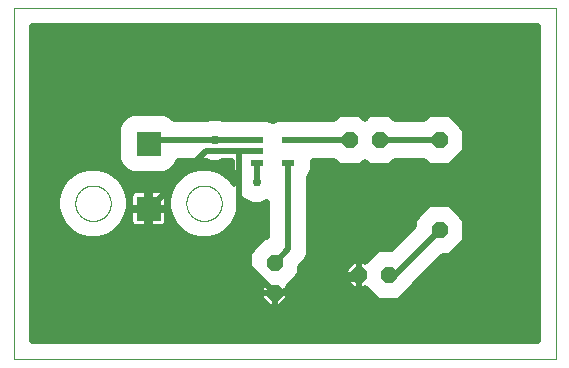
<source format=gtl>
G75*
%MOIN*%
%OFA0B0*%
%FSLAX25Y25*%
%IPPOS*%
%LPD*%
%AMOC8*
5,1,8,0,0,1.08239X$1,22.5*
%
%ADD10C,0.00000*%
%ADD11OC8,0.05200*%
%ADD12R,0.04331X0.02362*%
%ADD13R,0.08268X0.08268*%
%ADD14C,0.02000*%
%ADD15C,0.02978*%
D10*
X0002000Y0002000D02*
X0002000Y0118961D01*
X0182701Y0118961D01*
X0182701Y0002000D01*
X0002000Y0002000D01*
X0022590Y0053984D02*
X0022592Y0054137D01*
X0022598Y0054291D01*
X0022608Y0054444D01*
X0022622Y0054596D01*
X0022640Y0054749D01*
X0022662Y0054900D01*
X0022687Y0055051D01*
X0022717Y0055202D01*
X0022751Y0055352D01*
X0022788Y0055500D01*
X0022829Y0055648D01*
X0022874Y0055794D01*
X0022923Y0055940D01*
X0022976Y0056084D01*
X0023032Y0056226D01*
X0023092Y0056367D01*
X0023156Y0056507D01*
X0023223Y0056645D01*
X0023294Y0056781D01*
X0023369Y0056915D01*
X0023446Y0057047D01*
X0023528Y0057177D01*
X0023612Y0057305D01*
X0023700Y0057431D01*
X0023791Y0057554D01*
X0023885Y0057675D01*
X0023983Y0057793D01*
X0024083Y0057909D01*
X0024187Y0058022D01*
X0024293Y0058133D01*
X0024402Y0058241D01*
X0024514Y0058346D01*
X0024628Y0058447D01*
X0024746Y0058546D01*
X0024865Y0058642D01*
X0024987Y0058735D01*
X0025112Y0058824D01*
X0025239Y0058911D01*
X0025368Y0058993D01*
X0025499Y0059073D01*
X0025632Y0059149D01*
X0025767Y0059222D01*
X0025904Y0059291D01*
X0026043Y0059356D01*
X0026183Y0059418D01*
X0026325Y0059476D01*
X0026468Y0059531D01*
X0026613Y0059582D01*
X0026759Y0059629D01*
X0026906Y0059672D01*
X0027054Y0059711D01*
X0027203Y0059747D01*
X0027353Y0059778D01*
X0027504Y0059806D01*
X0027655Y0059830D01*
X0027808Y0059850D01*
X0027960Y0059866D01*
X0028113Y0059878D01*
X0028266Y0059886D01*
X0028419Y0059890D01*
X0028573Y0059890D01*
X0028726Y0059886D01*
X0028879Y0059878D01*
X0029032Y0059866D01*
X0029184Y0059850D01*
X0029337Y0059830D01*
X0029488Y0059806D01*
X0029639Y0059778D01*
X0029789Y0059747D01*
X0029938Y0059711D01*
X0030086Y0059672D01*
X0030233Y0059629D01*
X0030379Y0059582D01*
X0030524Y0059531D01*
X0030667Y0059476D01*
X0030809Y0059418D01*
X0030949Y0059356D01*
X0031088Y0059291D01*
X0031225Y0059222D01*
X0031360Y0059149D01*
X0031493Y0059073D01*
X0031624Y0058993D01*
X0031753Y0058911D01*
X0031880Y0058824D01*
X0032005Y0058735D01*
X0032127Y0058642D01*
X0032246Y0058546D01*
X0032364Y0058447D01*
X0032478Y0058346D01*
X0032590Y0058241D01*
X0032699Y0058133D01*
X0032805Y0058022D01*
X0032909Y0057909D01*
X0033009Y0057793D01*
X0033107Y0057675D01*
X0033201Y0057554D01*
X0033292Y0057431D01*
X0033380Y0057305D01*
X0033464Y0057177D01*
X0033546Y0057047D01*
X0033623Y0056915D01*
X0033698Y0056781D01*
X0033769Y0056645D01*
X0033836Y0056507D01*
X0033900Y0056367D01*
X0033960Y0056226D01*
X0034016Y0056084D01*
X0034069Y0055940D01*
X0034118Y0055794D01*
X0034163Y0055648D01*
X0034204Y0055500D01*
X0034241Y0055352D01*
X0034275Y0055202D01*
X0034305Y0055051D01*
X0034330Y0054900D01*
X0034352Y0054749D01*
X0034370Y0054596D01*
X0034384Y0054444D01*
X0034394Y0054291D01*
X0034400Y0054137D01*
X0034402Y0053984D01*
X0034400Y0053831D01*
X0034394Y0053677D01*
X0034384Y0053524D01*
X0034370Y0053372D01*
X0034352Y0053219D01*
X0034330Y0053068D01*
X0034305Y0052917D01*
X0034275Y0052766D01*
X0034241Y0052616D01*
X0034204Y0052468D01*
X0034163Y0052320D01*
X0034118Y0052174D01*
X0034069Y0052028D01*
X0034016Y0051884D01*
X0033960Y0051742D01*
X0033900Y0051601D01*
X0033836Y0051461D01*
X0033769Y0051323D01*
X0033698Y0051187D01*
X0033623Y0051053D01*
X0033546Y0050921D01*
X0033464Y0050791D01*
X0033380Y0050663D01*
X0033292Y0050537D01*
X0033201Y0050414D01*
X0033107Y0050293D01*
X0033009Y0050175D01*
X0032909Y0050059D01*
X0032805Y0049946D01*
X0032699Y0049835D01*
X0032590Y0049727D01*
X0032478Y0049622D01*
X0032364Y0049521D01*
X0032246Y0049422D01*
X0032127Y0049326D01*
X0032005Y0049233D01*
X0031880Y0049144D01*
X0031753Y0049057D01*
X0031624Y0048975D01*
X0031493Y0048895D01*
X0031360Y0048819D01*
X0031225Y0048746D01*
X0031088Y0048677D01*
X0030949Y0048612D01*
X0030809Y0048550D01*
X0030667Y0048492D01*
X0030524Y0048437D01*
X0030379Y0048386D01*
X0030233Y0048339D01*
X0030086Y0048296D01*
X0029938Y0048257D01*
X0029789Y0048221D01*
X0029639Y0048190D01*
X0029488Y0048162D01*
X0029337Y0048138D01*
X0029184Y0048118D01*
X0029032Y0048102D01*
X0028879Y0048090D01*
X0028726Y0048082D01*
X0028573Y0048078D01*
X0028419Y0048078D01*
X0028266Y0048082D01*
X0028113Y0048090D01*
X0027960Y0048102D01*
X0027808Y0048118D01*
X0027655Y0048138D01*
X0027504Y0048162D01*
X0027353Y0048190D01*
X0027203Y0048221D01*
X0027054Y0048257D01*
X0026906Y0048296D01*
X0026759Y0048339D01*
X0026613Y0048386D01*
X0026468Y0048437D01*
X0026325Y0048492D01*
X0026183Y0048550D01*
X0026043Y0048612D01*
X0025904Y0048677D01*
X0025767Y0048746D01*
X0025632Y0048819D01*
X0025499Y0048895D01*
X0025368Y0048975D01*
X0025239Y0049057D01*
X0025112Y0049144D01*
X0024987Y0049233D01*
X0024865Y0049326D01*
X0024746Y0049422D01*
X0024628Y0049521D01*
X0024514Y0049622D01*
X0024402Y0049727D01*
X0024293Y0049835D01*
X0024187Y0049946D01*
X0024083Y0050059D01*
X0023983Y0050175D01*
X0023885Y0050293D01*
X0023791Y0050414D01*
X0023700Y0050537D01*
X0023612Y0050663D01*
X0023528Y0050791D01*
X0023446Y0050921D01*
X0023369Y0051053D01*
X0023294Y0051187D01*
X0023223Y0051323D01*
X0023156Y0051461D01*
X0023092Y0051601D01*
X0023032Y0051742D01*
X0022976Y0051884D01*
X0022923Y0052028D01*
X0022874Y0052174D01*
X0022829Y0052320D01*
X0022788Y0052468D01*
X0022751Y0052616D01*
X0022717Y0052766D01*
X0022687Y0052917D01*
X0022662Y0053068D01*
X0022640Y0053219D01*
X0022622Y0053372D01*
X0022608Y0053524D01*
X0022598Y0053677D01*
X0022592Y0053831D01*
X0022590Y0053984D01*
X0059598Y0053984D02*
X0059600Y0054137D01*
X0059606Y0054291D01*
X0059616Y0054444D01*
X0059630Y0054596D01*
X0059648Y0054749D01*
X0059670Y0054900D01*
X0059695Y0055051D01*
X0059725Y0055202D01*
X0059759Y0055352D01*
X0059796Y0055500D01*
X0059837Y0055648D01*
X0059882Y0055794D01*
X0059931Y0055940D01*
X0059984Y0056084D01*
X0060040Y0056226D01*
X0060100Y0056367D01*
X0060164Y0056507D01*
X0060231Y0056645D01*
X0060302Y0056781D01*
X0060377Y0056915D01*
X0060454Y0057047D01*
X0060536Y0057177D01*
X0060620Y0057305D01*
X0060708Y0057431D01*
X0060799Y0057554D01*
X0060893Y0057675D01*
X0060991Y0057793D01*
X0061091Y0057909D01*
X0061195Y0058022D01*
X0061301Y0058133D01*
X0061410Y0058241D01*
X0061522Y0058346D01*
X0061636Y0058447D01*
X0061754Y0058546D01*
X0061873Y0058642D01*
X0061995Y0058735D01*
X0062120Y0058824D01*
X0062247Y0058911D01*
X0062376Y0058993D01*
X0062507Y0059073D01*
X0062640Y0059149D01*
X0062775Y0059222D01*
X0062912Y0059291D01*
X0063051Y0059356D01*
X0063191Y0059418D01*
X0063333Y0059476D01*
X0063476Y0059531D01*
X0063621Y0059582D01*
X0063767Y0059629D01*
X0063914Y0059672D01*
X0064062Y0059711D01*
X0064211Y0059747D01*
X0064361Y0059778D01*
X0064512Y0059806D01*
X0064663Y0059830D01*
X0064816Y0059850D01*
X0064968Y0059866D01*
X0065121Y0059878D01*
X0065274Y0059886D01*
X0065427Y0059890D01*
X0065581Y0059890D01*
X0065734Y0059886D01*
X0065887Y0059878D01*
X0066040Y0059866D01*
X0066192Y0059850D01*
X0066345Y0059830D01*
X0066496Y0059806D01*
X0066647Y0059778D01*
X0066797Y0059747D01*
X0066946Y0059711D01*
X0067094Y0059672D01*
X0067241Y0059629D01*
X0067387Y0059582D01*
X0067532Y0059531D01*
X0067675Y0059476D01*
X0067817Y0059418D01*
X0067957Y0059356D01*
X0068096Y0059291D01*
X0068233Y0059222D01*
X0068368Y0059149D01*
X0068501Y0059073D01*
X0068632Y0058993D01*
X0068761Y0058911D01*
X0068888Y0058824D01*
X0069013Y0058735D01*
X0069135Y0058642D01*
X0069254Y0058546D01*
X0069372Y0058447D01*
X0069486Y0058346D01*
X0069598Y0058241D01*
X0069707Y0058133D01*
X0069813Y0058022D01*
X0069917Y0057909D01*
X0070017Y0057793D01*
X0070115Y0057675D01*
X0070209Y0057554D01*
X0070300Y0057431D01*
X0070388Y0057305D01*
X0070472Y0057177D01*
X0070554Y0057047D01*
X0070631Y0056915D01*
X0070706Y0056781D01*
X0070777Y0056645D01*
X0070844Y0056507D01*
X0070908Y0056367D01*
X0070968Y0056226D01*
X0071024Y0056084D01*
X0071077Y0055940D01*
X0071126Y0055794D01*
X0071171Y0055648D01*
X0071212Y0055500D01*
X0071249Y0055352D01*
X0071283Y0055202D01*
X0071313Y0055051D01*
X0071338Y0054900D01*
X0071360Y0054749D01*
X0071378Y0054596D01*
X0071392Y0054444D01*
X0071402Y0054291D01*
X0071408Y0054137D01*
X0071410Y0053984D01*
X0071408Y0053831D01*
X0071402Y0053677D01*
X0071392Y0053524D01*
X0071378Y0053372D01*
X0071360Y0053219D01*
X0071338Y0053068D01*
X0071313Y0052917D01*
X0071283Y0052766D01*
X0071249Y0052616D01*
X0071212Y0052468D01*
X0071171Y0052320D01*
X0071126Y0052174D01*
X0071077Y0052028D01*
X0071024Y0051884D01*
X0070968Y0051742D01*
X0070908Y0051601D01*
X0070844Y0051461D01*
X0070777Y0051323D01*
X0070706Y0051187D01*
X0070631Y0051053D01*
X0070554Y0050921D01*
X0070472Y0050791D01*
X0070388Y0050663D01*
X0070300Y0050537D01*
X0070209Y0050414D01*
X0070115Y0050293D01*
X0070017Y0050175D01*
X0069917Y0050059D01*
X0069813Y0049946D01*
X0069707Y0049835D01*
X0069598Y0049727D01*
X0069486Y0049622D01*
X0069372Y0049521D01*
X0069254Y0049422D01*
X0069135Y0049326D01*
X0069013Y0049233D01*
X0068888Y0049144D01*
X0068761Y0049057D01*
X0068632Y0048975D01*
X0068501Y0048895D01*
X0068368Y0048819D01*
X0068233Y0048746D01*
X0068096Y0048677D01*
X0067957Y0048612D01*
X0067817Y0048550D01*
X0067675Y0048492D01*
X0067532Y0048437D01*
X0067387Y0048386D01*
X0067241Y0048339D01*
X0067094Y0048296D01*
X0066946Y0048257D01*
X0066797Y0048221D01*
X0066647Y0048190D01*
X0066496Y0048162D01*
X0066345Y0048138D01*
X0066192Y0048118D01*
X0066040Y0048102D01*
X0065887Y0048090D01*
X0065734Y0048082D01*
X0065581Y0048078D01*
X0065427Y0048078D01*
X0065274Y0048082D01*
X0065121Y0048090D01*
X0064968Y0048102D01*
X0064816Y0048118D01*
X0064663Y0048138D01*
X0064512Y0048162D01*
X0064361Y0048190D01*
X0064211Y0048221D01*
X0064062Y0048257D01*
X0063914Y0048296D01*
X0063767Y0048339D01*
X0063621Y0048386D01*
X0063476Y0048437D01*
X0063333Y0048492D01*
X0063191Y0048550D01*
X0063051Y0048612D01*
X0062912Y0048677D01*
X0062775Y0048746D01*
X0062640Y0048819D01*
X0062507Y0048895D01*
X0062376Y0048975D01*
X0062247Y0049057D01*
X0062120Y0049144D01*
X0061995Y0049233D01*
X0061873Y0049326D01*
X0061754Y0049422D01*
X0061636Y0049521D01*
X0061522Y0049622D01*
X0061410Y0049727D01*
X0061301Y0049835D01*
X0061195Y0049946D01*
X0061091Y0050059D01*
X0060991Y0050175D01*
X0060893Y0050293D01*
X0060799Y0050414D01*
X0060708Y0050537D01*
X0060620Y0050663D01*
X0060536Y0050791D01*
X0060454Y0050921D01*
X0060377Y0051053D01*
X0060302Y0051187D01*
X0060231Y0051323D01*
X0060164Y0051461D01*
X0060100Y0051601D01*
X0060040Y0051742D01*
X0059984Y0051884D01*
X0059931Y0052028D01*
X0059882Y0052174D01*
X0059837Y0052320D01*
X0059796Y0052468D01*
X0059759Y0052616D01*
X0059725Y0052766D01*
X0059695Y0052917D01*
X0059670Y0053068D01*
X0059648Y0053219D01*
X0059630Y0053372D01*
X0059616Y0053524D01*
X0059606Y0053677D01*
X0059600Y0053831D01*
X0059598Y0053984D01*
D11*
X0089000Y0034000D03*
X0089000Y0024000D03*
X0117000Y0030000D03*
X0127000Y0030000D03*
X0144000Y0045000D03*
X0144000Y0075000D03*
X0124000Y0075000D03*
X0114000Y0075000D03*
D12*
X0093630Y0075000D03*
X0093630Y0067520D03*
X0083000Y0067520D03*
X0083000Y0071260D03*
X0083000Y0075000D03*
D13*
X0047000Y0073827D03*
X0047000Y0052173D03*
D14*
X0066087Y0071260D01*
X0077000Y0071260D01*
X0077000Y0036000D01*
X0089000Y0024000D01*
X0116000Y0029000D01*
X0117000Y0030000D01*
X0117000Y0030000D01*
X0117000Y0034600D01*
X0118905Y0034600D01*
X0119172Y0034334D01*
X0123438Y0038600D01*
X0127701Y0038600D01*
X0135400Y0046299D01*
X0135400Y0048562D01*
X0140438Y0053600D01*
X0147562Y0053600D01*
X0152600Y0048562D01*
X0152600Y0041438D01*
X0147562Y0036400D01*
X0145299Y0036400D01*
X0135600Y0026701D01*
X0135600Y0026438D01*
X0130562Y0021400D01*
X0123438Y0021400D01*
X0119172Y0025666D01*
X0118905Y0025400D01*
X0117000Y0025400D01*
X0117000Y0030000D01*
X0117000Y0030000D01*
X0112400Y0030000D01*
X0112400Y0031905D01*
X0115095Y0034600D01*
X0117000Y0034600D01*
X0117000Y0030000D01*
X0117000Y0030000D01*
X0117000Y0025400D01*
X0115095Y0025400D01*
X0112400Y0028095D01*
X0112400Y0030000D01*
X0117000Y0030000D01*
X0117000Y0030897D02*
X0117000Y0030897D01*
X0117000Y0028899D02*
X0117000Y0028899D01*
X0117000Y0026900D02*
X0117000Y0026900D01*
X0113594Y0026900D02*
X0094062Y0026900D01*
X0093334Y0026172D02*
X0097600Y0030438D01*
X0097600Y0032701D01*
X0099564Y0034665D01*
X0100630Y0037238D01*
X0100630Y0062688D01*
X0100882Y0062940D01*
X0101795Y0065145D01*
X0101795Y0068000D01*
X0108838Y0068000D01*
X0110438Y0066400D01*
X0117562Y0066400D01*
X0119000Y0067838D01*
X0120438Y0066400D01*
X0127562Y0066400D01*
X0129162Y0068000D01*
X0138838Y0068000D01*
X0140438Y0066400D01*
X0147562Y0066400D01*
X0152600Y0071438D01*
X0152600Y0078562D01*
X0147562Y0083600D01*
X0140438Y0083600D01*
X0138838Y0082000D01*
X0129162Y0082000D01*
X0127562Y0083600D01*
X0120438Y0083600D01*
X0119000Y0082162D01*
X0117562Y0083600D01*
X0110438Y0083600D01*
X0108838Y0082000D01*
X0097426Y0082000D01*
X0096989Y0082181D01*
X0090271Y0082181D01*
X0088315Y0081371D01*
X0086359Y0082181D01*
X0079641Y0082181D01*
X0079204Y0082000D01*
X0071670Y0082000D01*
X0070490Y0082489D01*
X0067510Y0082489D01*
X0066330Y0082000D01*
X0055580Y0082000D01*
X0054533Y0083047D01*
X0052327Y0083961D01*
X0041673Y0083961D01*
X0039467Y0083047D01*
X0037780Y0081359D01*
X0036866Y0079154D01*
X0036866Y0068499D01*
X0037780Y0066294D01*
X0039467Y0064606D01*
X0041673Y0063693D01*
X0052327Y0063693D01*
X0054533Y0064606D01*
X0056220Y0066294D01*
X0056927Y0068000D01*
X0066330Y0068000D01*
X0067510Y0067511D01*
X0070490Y0067511D01*
X0071670Y0068000D01*
X0074835Y0068000D01*
X0074835Y0065145D01*
X0075723Y0063001D01*
X0075511Y0062490D01*
X0075511Y0060462D01*
X0075031Y0061294D01*
X0072814Y0063511D01*
X0070099Y0065078D01*
X0067071Y0065890D01*
X0063937Y0065890D01*
X0060909Y0065078D01*
X0058194Y0063511D01*
X0055977Y0061294D01*
X0054410Y0058580D01*
X0053598Y0055552D01*
X0053598Y0052417D01*
X0054410Y0049389D01*
X0055977Y0046674D01*
X0058194Y0044457D01*
X0060909Y0042890D01*
X0063937Y0042079D01*
X0067071Y0042079D01*
X0070099Y0042890D01*
X0072814Y0044457D01*
X0075031Y0046674D01*
X0076598Y0049389D01*
X0077409Y0052417D01*
X0077409Y0055552D01*
X0077245Y0056164D01*
X0078758Y0054651D01*
X0081510Y0053511D01*
X0084490Y0053511D01*
X0086630Y0054398D01*
X0086630Y0042600D01*
X0085438Y0042600D01*
X0080400Y0037562D01*
X0080400Y0030438D01*
X0084666Y0026172D01*
X0084400Y0025905D01*
X0084400Y0024000D01*
X0089000Y0024000D01*
X0093600Y0024000D01*
X0093600Y0025905D01*
X0093334Y0026172D01*
X0093600Y0024902D02*
X0119936Y0024902D01*
X0121935Y0022903D02*
X0093600Y0022903D01*
X0093600Y0022095D02*
X0093600Y0024000D01*
X0089000Y0024000D01*
X0089000Y0024000D01*
X0089000Y0024000D01*
X0089000Y0019400D01*
X0090905Y0019400D01*
X0093600Y0022095D01*
X0092410Y0020905D02*
X0176701Y0020905D01*
X0176701Y0022903D02*
X0132065Y0022903D01*
X0134064Y0024902D02*
X0176701Y0024902D01*
X0176701Y0026900D02*
X0135800Y0026900D01*
X0137798Y0028899D02*
X0176701Y0028899D01*
X0176701Y0030897D02*
X0139797Y0030897D01*
X0141795Y0032896D02*
X0176701Y0032896D01*
X0176701Y0034894D02*
X0143794Y0034894D01*
X0148055Y0036893D02*
X0176701Y0036893D01*
X0176701Y0038891D02*
X0150054Y0038891D01*
X0152052Y0040890D02*
X0176701Y0040890D01*
X0176701Y0042888D02*
X0152600Y0042888D01*
X0152600Y0044887D02*
X0176701Y0044887D01*
X0176701Y0046885D02*
X0152600Y0046885D01*
X0152278Y0048884D02*
X0176701Y0048884D01*
X0176701Y0050882D02*
X0150280Y0050882D01*
X0148281Y0052881D02*
X0176701Y0052881D01*
X0176701Y0054879D02*
X0100630Y0054879D01*
X0100630Y0052881D02*
X0139719Y0052881D01*
X0137720Y0050882D02*
X0100630Y0050882D01*
X0100630Y0048884D02*
X0135722Y0048884D01*
X0135400Y0046885D02*
X0100630Y0046885D01*
X0100630Y0044887D02*
X0133987Y0044887D01*
X0131989Y0042888D02*
X0100630Y0042888D01*
X0100630Y0040890D02*
X0129990Y0040890D01*
X0127992Y0038891D02*
X0100630Y0038891D01*
X0100487Y0036893D02*
X0121731Y0036893D01*
X0119732Y0034894D02*
X0099659Y0034894D01*
X0097795Y0032896D02*
X0113390Y0032896D01*
X0112400Y0030897D02*
X0097600Y0030897D01*
X0096061Y0028899D02*
X0112400Y0028899D01*
X0117000Y0032896D02*
X0117000Y0032896D01*
X0127000Y0030000D02*
X0129000Y0030000D01*
X0144000Y0045000D01*
X0139967Y0066870D02*
X0128033Y0066870D01*
X0119967Y0066870D02*
X0118033Y0066870D01*
X0109967Y0066870D02*
X0101795Y0066870D01*
X0101682Y0064872D02*
X0176701Y0064872D01*
X0176701Y0066870D02*
X0148033Y0066870D01*
X0150031Y0068869D02*
X0176701Y0068869D01*
X0176701Y0070868D02*
X0152030Y0070868D01*
X0152600Y0072866D02*
X0176701Y0072866D01*
X0176701Y0074865D02*
X0152600Y0074865D01*
X0152600Y0076863D02*
X0176701Y0076863D01*
X0176701Y0078862D02*
X0152301Y0078862D01*
X0150302Y0080860D02*
X0176701Y0080860D01*
X0176701Y0082859D02*
X0148304Y0082859D01*
X0139696Y0082859D02*
X0128304Y0082859D01*
X0119696Y0082859D02*
X0118304Y0082859D01*
X0109696Y0082859D02*
X0054721Y0082859D01*
X0048173Y0075000D02*
X0069000Y0075000D01*
X0083000Y0075000D01*
X0083000Y0071260D02*
X0077000Y0071260D01*
X0083000Y0067520D02*
X0083000Y0061000D01*
X0075511Y0060875D02*
X0075273Y0060875D01*
X0075670Y0062873D02*
X0073452Y0062873D01*
X0074948Y0064872D02*
X0070457Y0064872D01*
X0074835Y0066870D02*
X0056459Y0066870D01*
X0054798Y0064872D02*
X0060551Y0064872D01*
X0057556Y0062873D02*
X0036444Y0062873D01*
X0035806Y0063511D02*
X0033091Y0065078D01*
X0030063Y0065890D01*
X0026929Y0065890D01*
X0023901Y0065078D01*
X0021186Y0063511D01*
X0018969Y0061294D01*
X0017402Y0058580D01*
X0016591Y0055552D01*
X0016591Y0052417D01*
X0017402Y0049389D01*
X0018969Y0046674D01*
X0021186Y0044457D01*
X0023901Y0042890D01*
X0026929Y0042079D01*
X0030063Y0042079D01*
X0033091Y0042890D01*
X0035806Y0044457D01*
X0038023Y0046674D01*
X0039590Y0049389D01*
X0040402Y0052417D01*
X0040402Y0055552D01*
X0039590Y0058580D01*
X0038023Y0061294D01*
X0035806Y0063511D01*
X0033449Y0064872D02*
X0039202Y0064872D01*
X0037541Y0066870D02*
X0008000Y0066870D01*
X0008000Y0064872D02*
X0023543Y0064872D01*
X0020548Y0062873D02*
X0008000Y0062873D01*
X0008000Y0060875D02*
X0018727Y0060875D01*
X0017573Y0058876D02*
X0008000Y0058876D01*
X0008000Y0056878D02*
X0016946Y0056878D01*
X0016591Y0054879D02*
X0008000Y0054879D01*
X0008000Y0052881D02*
X0016591Y0052881D01*
X0017002Y0050882D02*
X0008000Y0050882D01*
X0008000Y0048884D02*
X0017693Y0048884D01*
X0018847Y0046885D02*
X0008000Y0046885D01*
X0008000Y0044887D02*
X0020757Y0044887D01*
X0023907Y0042888D02*
X0008000Y0042888D01*
X0008000Y0040890D02*
X0083728Y0040890D01*
X0086630Y0042888D02*
X0070093Y0042888D01*
X0073243Y0044887D02*
X0086630Y0044887D01*
X0086630Y0046885D02*
X0075153Y0046885D01*
X0076307Y0048884D02*
X0086630Y0048884D01*
X0086630Y0050882D02*
X0076998Y0050882D01*
X0077409Y0052881D02*
X0086630Y0052881D01*
X0078530Y0054879D02*
X0077409Y0054879D01*
X0060915Y0042888D02*
X0033085Y0042888D01*
X0036236Y0044887D02*
X0057764Y0044887D01*
X0055855Y0046885D02*
X0052777Y0046885D01*
X0052734Y0046811D02*
X0052998Y0047267D01*
X0053134Y0047776D01*
X0053134Y0051795D01*
X0047378Y0051795D01*
X0047378Y0046039D01*
X0051397Y0046039D01*
X0051906Y0046176D01*
X0052362Y0046439D01*
X0052734Y0046811D01*
X0053134Y0048884D02*
X0054701Y0048884D01*
X0054010Y0050882D02*
X0053134Y0050882D01*
X0053134Y0052551D02*
X0053134Y0056570D01*
X0052998Y0057079D01*
X0052734Y0057535D01*
X0052362Y0057907D01*
X0051906Y0058171D01*
X0051397Y0058307D01*
X0047378Y0058307D01*
X0047378Y0052551D01*
X0053134Y0052551D01*
X0053134Y0052881D02*
X0053598Y0052881D01*
X0053598Y0054879D02*
X0053134Y0054879D01*
X0053051Y0056878D02*
X0053954Y0056878D01*
X0054581Y0058876D02*
X0039419Y0058876D01*
X0041266Y0057535D02*
X0041638Y0057907D01*
X0042094Y0058171D01*
X0042603Y0058307D01*
X0046622Y0058307D01*
X0046622Y0052551D01*
X0046622Y0051795D01*
X0047378Y0051795D01*
X0047378Y0052551D01*
X0046622Y0052551D01*
X0040866Y0052551D01*
X0040866Y0056570D01*
X0041002Y0057079D01*
X0041266Y0057535D01*
X0040949Y0056878D02*
X0040046Y0056878D01*
X0040402Y0054879D02*
X0040866Y0054879D01*
X0040866Y0052881D02*
X0040402Y0052881D01*
X0040866Y0051795D02*
X0040866Y0047776D01*
X0041002Y0047267D01*
X0041266Y0046811D01*
X0041638Y0046439D01*
X0042094Y0046176D01*
X0042603Y0046039D01*
X0046622Y0046039D01*
X0046622Y0051795D01*
X0040866Y0051795D01*
X0040866Y0050882D02*
X0039990Y0050882D01*
X0039299Y0048884D02*
X0040866Y0048884D01*
X0041223Y0046885D02*
X0038145Y0046885D01*
X0046622Y0046885D02*
X0047378Y0046885D01*
X0047378Y0048884D02*
X0046622Y0048884D01*
X0046622Y0050882D02*
X0047378Y0050882D01*
X0047378Y0052881D02*
X0046622Y0052881D01*
X0046622Y0054879D02*
X0047378Y0054879D01*
X0047378Y0056878D02*
X0046622Y0056878D01*
X0038265Y0060875D02*
X0055735Y0060875D01*
X0047000Y0073827D02*
X0048173Y0075000D01*
X0037573Y0080860D02*
X0008000Y0080860D01*
X0008000Y0078862D02*
X0036866Y0078862D01*
X0036866Y0076863D02*
X0008000Y0076863D01*
X0008000Y0074865D02*
X0036866Y0074865D01*
X0036866Y0072866D02*
X0008000Y0072866D01*
X0008000Y0070868D02*
X0036866Y0070868D01*
X0036866Y0068869D02*
X0008000Y0068869D01*
X0008000Y0082859D02*
X0039279Y0082859D01*
X0008000Y0084857D02*
X0176701Y0084857D01*
X0176701Y0086856D02*
X0008000Y0086856D01*
X0008000Y0088854D02*
X0176701Y0088854D01*
X0176701Y0090853D02*
X0008000Y0090853D01*
X0008000Y0092851D02*
X0176701Y0092851D01*
X0176701Y0094850D02*
X0008000Y0094850D01*
X0008000Y0096848D02*
X0176701Y0096848D01*
X0176701Y0098847D02*
X0008000Y0098847D01*
X0008000Y0100845D02*
X0176701Y0100845D01*
X0176701Y0102844D02*
X0008000Y0102844D01*
X0008000Y0104842D02*
X0176701Y0104842D01*
X0176701Y0106841D02*
X0008000Y0106841D01*
X0008000Y0108839D02*
X0176701Y0108839D01*
X0176701Y0110838D02*
X0008000Y0110838D01*
X0008000Y0112836D02*
X0176701Y0112836D01*
X0176701Y0112961D02*
X0176701Y0008000D01*
X0008000Y0008000D01*
X0008000Y0112961D01*
X0176701Y0112961D01*
X0144000Y0075000D02*
X0124000Y0075000D01*
X0114000Y0075000D02*
X0093630Y0075000D01*
X0093630Y0067520D02*
X0093630Y0038630D01*
X0089000Y0034000D01*
X0081939Y0028899D02*
X0008000Y0028899D01*
X0008000Y0030897D02*
X0080400Y0030897D01*
X0080400Y0032896D02*
X0008000Y0032896D01*
X0008000Y0034894D02*
X0080400Y0034894D01*
X0080400Y0036893D02*
X0008000Y0036893D01*
X0008000Y0038891D02*
X0081729Y0038891D01*
X0083938Y0026900D02*
X0008000Y0026900D01*
X0008000Y0024902D02*
X0084400Y0024902D01*
X0084400Y0024000D02*
X0084400Y0022095D01*
X0087095Y0019400D01*
X0089000Y0019400D01*
X0089000Y0024000D01*
X0089000Y0024000D01*
X0084400Y0024000D01*
X0084400Y0022903D02*
X0008000Y0022903D01*
X0008000Y0020905D02*
X0085590Y0020905D01*
X0089000Y0020905D02*
X0089000Y0020905D01*
X0089000Y0022903D02*
X0089000Y0022903D01*
X0100630Y0056878D02*
X0176701Y0056878D01*
X0176701Y0058876D02*
X0100630Y0058876D01*
X0100630Y0060875D02*
X0176701Y0060875D01*
X0176701Y0062873D02*
X0100815Y0062873D01*
X0176701Y0018906D02*
X0008000Y0018906D01*
X0008000Y0016908D02*
X0176701Y0016908D01*
X0176701Y0014909D02*
X0008000Y0014909D01*
X0008000Y0012911D02*
X0176701Y0012911D01*
X0176701Y0010912D02*
X0008000Y0010912D01*
X0008000Y0008914D02*
X0176701Y0008914D01*
D15*
X0083000Y0061000D03*
X0069000Y0075000D03*
M02*

</source>
